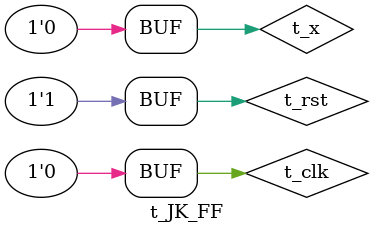
<source format=v>
module DFF (output reg Q,input D,clk,rst);
    always @(posedge clk,negedge rst)
    if(!rst) Q<=1'b0;
    else Q<=D;
    
endmodule

module JK_FF ( output Q, input J,K,clk,rst);

 wire JK;
 assign JK = (J&(~Q)) | ((~K)&Q); 
DFF JK1 (Q,JK,clk,rst);
    
endmodule

module p_JK_FF ( 
   output wire FA,FB,
   input x,clk,rst
);
wire JA,JB,KA,KB;
assign JA = ((~FB)&(~x));
assign JB = (FA&(~x));
assign KA = (FB&(~x));
assign KB = (~FA);
JK_FF J_A (.Q(FA),.J(JA),.K(KA),.clk(clk),.rst(rst));
JK_FF J_B (.Q(FB),.J(JB),.K(KB),.clk(clk),.rst(rst));

endmodule
module t_JK_FF;
reg t_x,t_clk,t_rst;
wire [1:0]state;
wire FA,FB;
p_JK_FF p(

    .FA(FA),
    .FB(FB),
    .x(t_x),
    .clk(t_clk),
    .rst(t_rst)
);

    assign state = {FA,FB};

    initial begin
        $dumpfile("p_JK_FF.vcd");
        $dumpvars( 0,t_JK_FF);
    end

initial begin
    t_rst = 1;
    repeat (2)
    #5 t_rst =~t_rst;
end

initial begin
    t_clk =0;
    repeat (28)
    #5 t_clk=~t_clk;
end

initial begin
    t_x=0;
    #10 t_x=1;
    repeat (3)
    #30 t_x=~t_x;
end

    
endmodule
</source>
